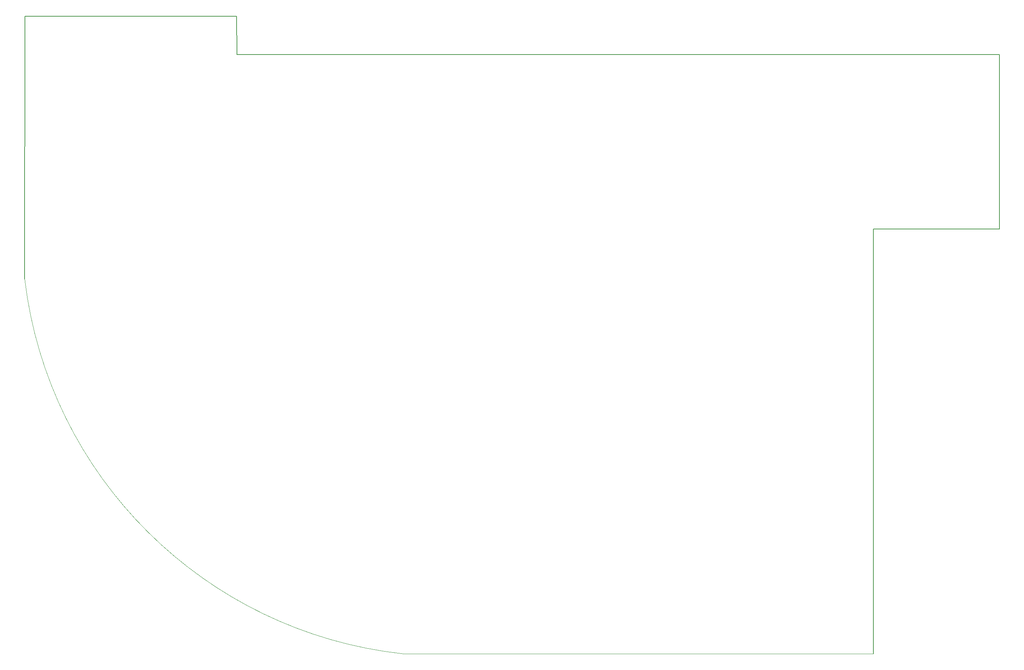
<source format=gbr>
%TF.GenerationSoftware,KiCad,Pcbnew,7.0.1*%
%TF.CreationDate,2024-01-29T00:03:09-06:00*%
%TF.ProjectId,Beacon_Multiboard,42656163-6f6e-45f4-9d75-6c7469626f61,1*%
%TF.SameCoordinates,Original*%
%TF.FileFunction,Other,User*%
%FSLAX46Y46*%
G04 Gerber Fmt 4.6, Leading zero omitted, Abs format (unit mm)*
G04 Created by KiCad (PCBNEW 7.0.1) date 2024-01-29 00:03:09*
%MOMM*%
%LPD*%
G01*
G04 APERTURE LIST*
%ADD10C,0.100000*%
%ADD11C,0.150000*%
G04 APERTURE END LIST*
D10*
X134798493Y-260844547D02*
X245163621Y-260838068D01*
X46230906Y-172966277D02*
G75*
G03*
X134798493Y-260844546I99523278J11733649D01*
G01*
D11*
X46255533Y-111439839D02*
X46230905Y-172966277D01*
X95922656Y-111433682D02*
X46255533Y-111439839D01*
X95942666Y-120363570D02*
X95922656Y-111433682D01*
X274681907Y-120386659D02*
X95942666Y-120363570D01*
X274679034Y-161271147D02*
X274681907Y-120386659D01*
X245179276Y-161276015D02*
X274679034Y-161271147D01*
X245163621Y-260838068D02*
X245179276Y-161276015D01*
M02*

</source>
